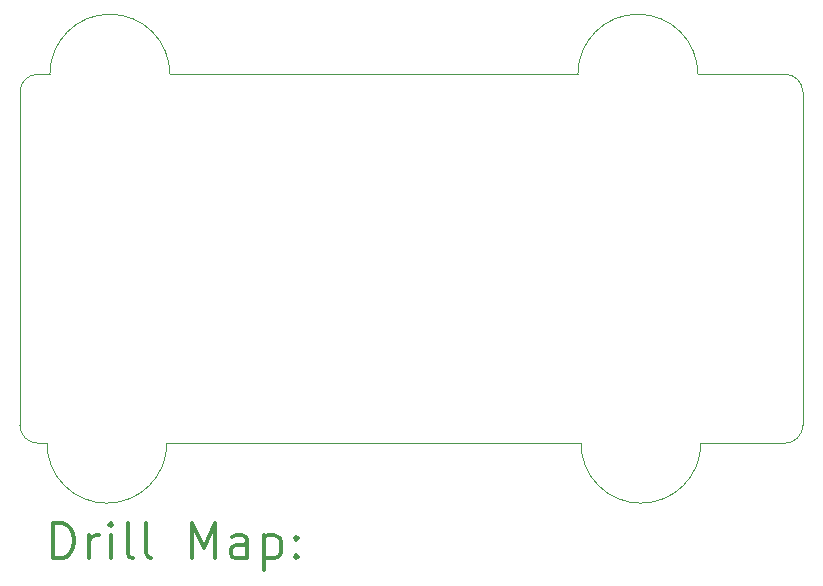
<source format=gbr>
%FSLAX45Y45*%
G04 Gerber Fmt 4.5, Leading zero omitted, Abs format (unit mm)*
G04 Created by KiCad (PCBNEW 5.1.6-c6e7f7d~87~ubuntu18.04.1) date 2021-06-08 22:03:30*
%MOMM*%
%LPD*%
G01*
G04 APERTURE LIST*
%TA.AperFunction,Profile*%
%ADD10C,0.050000*%
%TD*%
%ADD11C,0.200000*%
%ADD12C,0.300000*%
G04 APERTURE END LIST*
D10*
X21132800Y-10439400D02*
G75*
G02*
X20980400Y-10591800I-152400J0D01*
G01*
X20980400Y-7467600D02*
G75*
G02*
X21132800Y-7620000I0J-152400D01*
G01*
X14503400Y-7620000D02*
X14503400Y-10439400D01*
X14503400Y-7620000D02*
G75*
G02*
X14655800Y-7467600I152400J0D01*
G01*
X14655800Y-10591800D02*
G75*
G02*
X14503400Y-10439400I0J152400D01*
G01*
X14655800Y-7467600D02*
X14757400Y-7467600D01*
X14732000Y-10591800D02*
X14655800Y-10591800D01*
X19253200Y-10591800D02*
X15748000Y-10591800D01*
X20980400Y-10591800D02*
X20269200Y-10591800D01*
X21132800Y-7620000D02*
X21132800Y-10439400D01*
X20243800Y-7467600D02*
X20980400Y-7467600D01*
X15773400Y-7467600D02*
X19227800Y-7467600D01*
X20269200Y-10591800D02*
G75*
G02*
X19253200Y-10591800I-508000J0D01*
G01*
X19227800Y-7467600D02*
G75*
G02*
X20243800Y-7467600I508000J0D01*
G01*
X14757400Y-7467600D02*
G75*
G02*
X15773400Y-7467600I508000J0D01*
G01*
X15748000Y-10591800D02*
G75*
G02*
X14732000Y-10591800I-508000J0D01*
G01*
D11*
D12*
X14787328Y-11568014D02*
X14787328Y-11268014D01*
X14858757Y-11268014D01*
X14901614Y-11282300D01*
X14930186Y-11310871D01*
X14944471Y-11339443D01*
X14958757Y-11396586D01*
X14958757Y-11439443D01*
X14944471Y-11496586D01*
X14930186Y-11525157D01*
X14901614Y-11553729D01*
X14858757Y-11568014D01*
X14787328Y-11568014D01*
X15087328Y-11568014D02*
X15087328Y-11368014D01*
X15087328Y-11425157D02*
X15101614Y-11396586D01*
X15115900Y-11382300D01*
X15144471Y-11368014D01*
X15173043Y-11368014D01*
X15273043Y-11568014D02*
X15273043Y-11368014D01*
X15273043Y-11268014D02*
X15258757Y-11282300D01*
X15273043Y-11296586D01*
X15287328Y-11282300D01*
X15273043Y-11268014D01*
X15273043Y-11296586D01*
X15458757Y-11568014D02*
X15430186Y-11553729D01*
X15415900Y-11525157D01*
X15415900Y-11268014D01*
X15615900Y-11568014D02*
X15587328Y-11553729D01*
X15573043Y-11525157D01*
X15573043Y-11268014D01*
X15958757Y-11568014D02*
X15958757Y-11268014D01*
X16058757Y-11482300D01*
X16158757Y-11268014D01*
X16158757Y-11568014D01*
X16430186Y-11568014D02*
X16430186Y-11410871D01*
X16415900Y-11382300D01*
X16387328Y-11368014D01*
X16330186Y-11368014D01*
X16301614Y-11382300D01*
X16430186Y-11553729D02*
X16401614Y-11568014D01*
X16330186Y-11568014D01*
X16301614Y-11553729D01*
X16287328Y-11525157D01*
X16287328Y-11496586D01*
X16301614Y-11468014D01*
X16330186Y-11453729D01*
X16401614Y-11453729D01*
X16430186Y-11439443D01*
X16573043Y-11368014D02*
X16573043Y-11668014D01*
X16573043Y-11382300D02*
X16601614Y-11368014D01*
X16658757Y-11368014D01*
X16687328Y-11382300D01*
X16701614Y-11396586D01*
X16715900Y-11425157D01*
X16715900Y-11510871D01*
X16701614Y-11539443D01*
X16687328Y-11553729D01*
X16658757Y-11568014D01*
X16601614Y-11568014D01*
X16573043Y-11553729D01*
X16844471Y-11539443D02*
X16858757Y-11553729D01*
X16844471Y-11568014D01*
X16830186Y-11553729D01*
X16844471Y-11539443D01*
X16844471Y-11568014D01*
X16844471Y-11382300D02*
X16858757Y-11396586D01*
X16844471Y-11410871D01*
X16830186Y-11396586D01*
X16844471Y-11382300D01*
X16844471Y-11410871D01*
M02*

</source>
